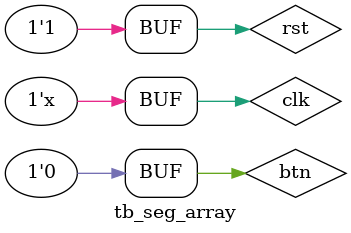
<source format=v>
`timescale 1ns / 1ps


module tb_seg_array();

reg clk, rst;
reg btn;
wire[7:0] seg_data;
wire[7:0] seg_sel;

seg_array tb(.clk(clk), .rst(rst), .btn(btn), .seg_data(seg_data), .seg_sel(seg_sel));

initial begin
    rst=0; clk=0; btn=0; #10
    rst=1; #10
    btn=1; #10 btn=0; #10
    btn=1; #10 btn=0; #10
    btn=1; #10 btn=0; #10
    btn=1; #10 btn=0; #10
    btn=1; #10 btn=0; #10
    btn=1; #10 btn=0; #10
    btn=1; #10 btn=0; #10
    btn=1; #10 btn=0; #10
    btn=1; #10 btn=0; #10
    btn=1; #10 btn=0; #10
    btn=1; #10 btn=0; #10
    btn=1; #10 btn=0; #10
    btn=1; #10 btn=0; #10
    btn=1; #10 btn=0; #10
    btn=1; #10 btn=0; #10
    btn=1; #10 btn=0; #10
    btn=1; #10 btn=0; #10
    btn=1; #10 btn=0;
end

always #1 clk <= ~clk;

endmodule

</source>
